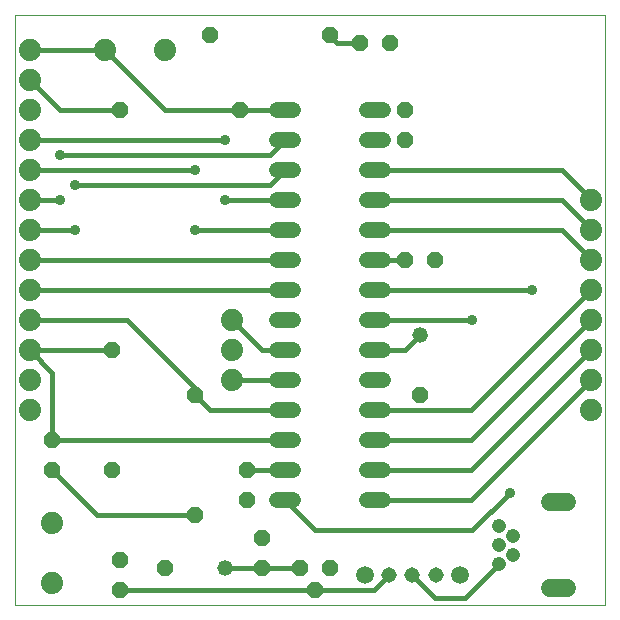
<source format=gtl>
G75*
%MOIN*%
%OFA0B0*%
%FSLAX25Y25*%
%IPPOS*%
%LPD*%
%AMOC8*
5,1,8,0,0,1.08239X$1,22.5*
%
%ADD10C,0.00000*%
%ADD11C,0.07400*%
%ADD12OC8,0.05200*%
%ADD13C,0.05200*%
%ADD14C,0.05200*%
%ADD15C,0.05937*%
%ADD16C,0.05150*%
%ADD17C,0.05937*%
%ADD18C,0.04756*%
%ADD19C,0.01600*%
%ADD20C,0.03562*%
D10*
X0011800Y0006800D02*
X0011800Y0203650D01*
X0208650Y0203650D01*
X0208650Y0006800D01*
X0011800Y0006800D01*
D11*
X0024300Y0014300D03*
X0024300Y0034300D03*
X0016800Y0071800D03*
X0016800Y0081800D03*
X0016800Y0091800D03*
X0016800Y0101800D03*
X0016800Y0111800D03*
X0016800Y0121800D03*
X0016800Y0131800D03*
X0016800Y0141800D03*
X0016800Y0151800D03*
X0016800Y0161800D03*
X0016800Y0171800D03*
X0016800Y0181800D03*
X0016800Y0191800D03*
X0041800Y0191800D03*
X0061800Y0191800D03*
X0084300Y0101800D03*
X0084300Y0091800D03*
X0084300Y0081800D03*
X0203800Y0081800D03*
X0203800Y0071800D03*
X0203800Y0091800D03*
X0203800Y0101800D03*
X0203800Y0111800D03*
X0203800Y0121800D03*
X0203800Y0131800D03*
X0203800Y0141800D03*
D12*
X0151800Y0121800D03*
X0141800Y0121800D03*
X0141800Y0161800D03*
X0141800Y0171800D03*
X0136800Y0194300D03*
X0126800Y0194300D03*
X0116800Y0196800D03*
X0086800Y0171800D03*
X0076800Y0196800D03*
X0046800Y0171800D03*
X0044300Y0091800D03*
X0071800Y0076800D03*
X0089300Y0051800D03*
X0089300Y0041800D03*
X0094300Y0029300D03*
X0094300Y0019300D03*
X0106800Y0019300D03*
X0111800Y0011800D03*
X0116800Y0019300D03*
X0071800Y0036800D03*
X0061800Y0019300D03*
X0046800Y0021800D03*
X0046800Y0011800D03*
X0044300Y0051800D03*
X0024300Y0051800D03*
X0024300Y0061800D03*
X0146800Y0076800D03*
D13*
X0146800Y0096800D03*
X0081800Y0019300D03*
D14*
X0099200Y0041800D02*
X0104400Y0041800D01*
X0104400Y0051800D02*
X0099200Y0051800D01*
X0099200Y0061800D02*
X0104400Y0061800D01*
X0104400Y0071800D02*
X0099200Y0071800D01*
X0099200Y0081800D02*
X0104400Y0081800D01*
X0104400Y0091800D02*
X0099200Y0091800D01*
X0099200Y0101800D02*
X0104400Y0101800D01*
X0104400Y0111800D02*
X0099200Y0111800D01*
X0099200Y0121800D02*
X0104400Y0121800D01*
X0104400Y0131800D02*
X0099200Y0131800D01*
X0099200Y0141800D02*
X0104400Y0141800D01*
X0104400Y0151800D02*
X0099200Y0151800D01*
X0099200Y0161800D02*
X0104400Y0161800D01*
X0104400Y0171800D02*
X0099200Y0171800D01*
X0129200Y0171800D02*
X0134400Y0171800D01*
X0134400Y0161800D02*
X0129200Y0161800D01*
X0129200Y0151800D02*
X0134400Y0151800D01*
X0134400Y0141800D02*
X0129200Y0141800D01*
X0129200Y0131800D02*
X0134400Y0131800D01*
X0134400Y0121800D02*
X0129200Y0121800D01*
X0129200Y0111800D02*
X0134400Y0111800D01*
X0134400Y0101800D02*
X0129200Y0101800D01*
X0129200Y0091800D02*
X0134400Y0091800D01*
X0134400Y0081800D02*
X0129200Y0081800D01*
X0129200Y0071800D02*
X0134400Y0071800D01*
X0134400Y0061800D02*
X0129200Y0061800D01*
X0129200Y0051800D02*
X0134400Y0051800D01*
X0134400Y0041800D02*
X0129200Y0041800D01*
D15*
X0128552Y0016800D03*
X0160048Y0016800D03*
D16*
X0152174Y0016800D03*
X0144300Y0016800D03*
X0136426Y0016800D03*
D17*
X0190091Y0012430D02*
X0196028Y0012430D01*
X0196028Y0041170D02*
X0190091Y0041170D01*
D18*
X0177902Y0029950D03*
X0173178Y0033099D03*
X0173178Y0026800D03*
X0177902Y0023650D03*
X0173178Y0020501D03*
D19*
X0161977Y0009300D01*
X0151800Y0009300D01*
X0144300Y0016800D01*
X0136426Y0016800D02*
X0131426Y0011800D01*
X0111800Y0011800D01*
X0046800Y0011800D01*
X0039300Y0036800D02*
X0024300Y0051800D01*
X0024300Y0061800D02*
X0024300Y0084300D01*
X0016800Y0091800D01*
X0044300Y0091800D01*
X0049300Y0101800D02*
X0016800Y0101800D01*
X0016800Y0111800D02*
X0101800Y0111800D01*
X0101800Y0121800D02*
X0016800Y0121800D01*
X0016800Y0131800D02*
X0031800Y0131800D01*
X0026800Y0141800D02*
X0016800Y0141800D01*
X0016800Y0151800D02*
X0071800Y0151800D01*
X0081800Y0141800D02*
X0101800Y0141800D01*
X0096800Y0146800D02*
X0101800Y0151800D01*
X0096800Y0146800D02*
X0031800Y0146800D01*
X0026800Y0156800D02*
X0096800Y0156800D01*
X0101800Y0161800D01*
X0101800Y0171800D02*
X0086800Y0171800D01*
X0061800Y0171800D01*
X0041800Y0191800D01*
X0016800Y0191800D01*
X0016800Y0181800D02*
X0026800Y0171800D01*
X0046800Y0171800D01*
X0016800Y0161800D02*
X0081800Y0161800D01*
X0071800Y0131800D02*
X0101800Y0131800D01*
X0131800Y0131800D02*
X0194300Y0131800D01*
X0203800Y0122300D01*
X0203800Y0121800D01*
X0203800Y0111800D02*
X0163800Y0071800D01*
X0131800Y0071800D01*
X0131800Y0061800D02*
X0163800Y0061800D01*
X0203800Y0101800D01*
X0203800Y0091800D02*
X0163800Y0051800D01*
X0131800Y0051800D01*
X0131800Y0041800D02*
X0163800Y0041800D01*
X0203800Y0081800D01*
X0184300Y0111800D02*
X0131800Y0111800D01*
X0131800Y0101800D02*
X0164300Y0101800D01*
X0146800Y0096800D02*
X0141800Y0091800D01*
X0131800Y0091800D01*
X0131800Y0121800D02*
X0141800Y0121800D01*
X0131800Y0141800D02*
X0194300Y0141800D01*
X0203800Y0132300D01*
X0203800Y0131800D01*
X0203800Y0141800D02*
X0203800Y0142300D01*
X0194300Y0151800D01*
X0131800Y0151800D01*
X0126800Y0194300D02*
X0119300Y0194300D01*
X0116800Y0196800D01*
X0084300Y0101800D02*
X0094300Y0091800D01*
X0101800Y0091800D01*
X0101800Y0081800D02*
X0084300Y0081800D01*
X0076800Y0071800D02*
X0071800Y0076800D01*
X0071800Y0079300D01*
X0049300Y0101800D01*
X0076800Y0071800D02*
X0101800Y0071800D01*
X0101800Y0061800D02*
X0024300Y0061800D01*
X0039300Y0036800D02*
X0071800Y0036800D01*
X0081800Y0019300D02*
X0094300Y0019300D01*
X0106800Y0019300D01*
X0111800Y0031800D02*
X0101800Y0041800D01*
X0101800Y0051800D02*
X0089300Y0051800D01*
X0111800Y0031800D02*
X0164300Y0031800D01*
X0176800Y0044300D01*
D20*
X0176800Y0044300D03*
X0164300Y0101800D03*
X0184300Y0111800D03*
X0081800Y0141800D03*
X0071800Y0151800D03*
X0081800Y0161800D03*
X0071800Y0131800D03*
X0031800Y0131800D03*
X0026800Y0141800D03*
X0031800Y0146800D03*
X0026800Y0156800D03*
M02*

</source>
